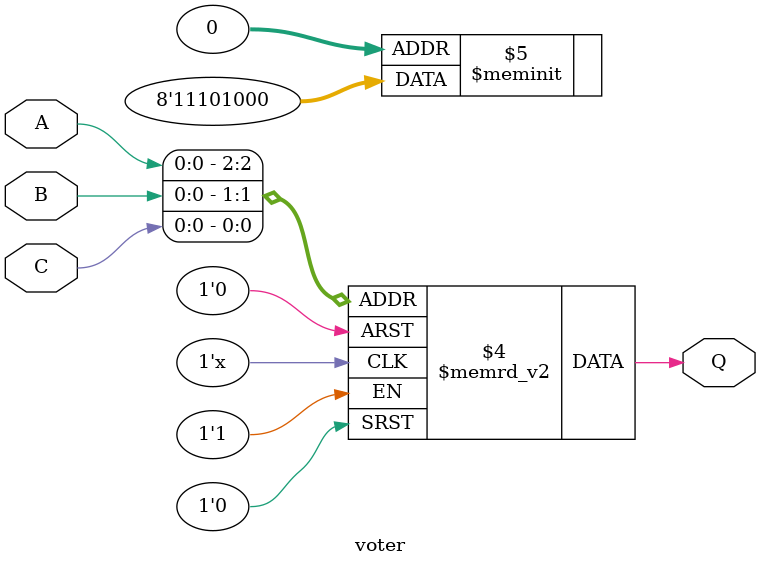
<source format=v>
module voter(
A,
B,
C,
Q
);

input A, B, C ;
output Q ;


reg Q;

	always @ (A , B , C ) 
		case ({A,B,C})
			3'b000: Q<= 1'b0;
			3'b001: Q<=1'b0;
			3'b010: Q<=1'b0;
			3'b011: Q<=1'b1;
			3'b100: Q<=1'b0;
			3'b101: Q<=1'b1;
			3'b110: Q<=1'b1;
			3'b111: Q<=1'b1;
			
		endcase
		
	

endmodule

</source>
